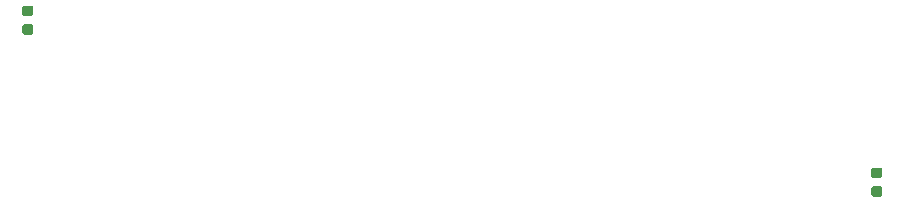
<source format=gbr>
G04 #@! TF.GenerationSoftware,KiCad,Pcbnew,5.1.5+dfsg1-2build2*
G04 #@! TF.CreationDate,2021-08-24T22:34:42-04:00*
G04 #@! TF.ProjectId,U1MB600XL,55314d42-3630-4305-984c-2e6b69636164,1*
G04 #@! TF.SameCoordinates,Original*
G04 #@! TF.FileFunction,Paste,Bot*
G04 #@! TF.FilePolarity,Positive*
%FSLAX46Y46*%
G04 Gerber Fmt 4.6, Leading zero omitted, Abs format (unit mm)*
G04 Created by KiCad (PCBNEW 5.1.5+dfsg1-2build2) date 2021-08-24 22:34:42*
%MOMM*%
%LPD*%
G04 APERTURE LIST*
%ADD10C,0.100000*%
G04 APERTURE END LIST*
D10*
G36*
X182141691Y-98344053D02*
G01*
X182162926Y-98347203D01*
X182183750Y-98352419D01*
X182203962Y-98359651D01*
X182223368Y-98368830D01*
X182241781Y-98379866D01*
X182259024Y-98392654D01*
X182274930Y-98407070D01*
X182289346Y-98422976D01*
X182302134Y-98440219D01*
X182313170Y-98458632D01*
X182322349Y-98478038D01*
X182329581Y-98498250D01*
X182334797Y-98519074D01*
X182337947Y-98540309D01*
X182339000Y-98561750D01*
X182339000Y-98999250D01*
X182337947Y-99020691D01*
X182334797Y-99041926D01*
X182329581Y-99062750D01*
X182322349Y-99082962D01*
X182313170Y-99102368D01*
X182302134Y-99120781D01*
X182289346Y-99138024D01*
X182274930Y-99153930D01*
X182259024Y-99168346D01*
X182241781Y-99181134D01*
X182223368Y-99192170D01*
X182203962Y-99201349D01*
X182183750Y-99208581D01*
X182162926Y-99213797D01*
X182141691Y-99216947D01*
X182120250Y-99218000D01*
X181607750Y-99218000D01*
X181586309Y-99216947D01*
X181565074Y-99213797D01*
X181544250Y-99208581D01*
X181524038Y-99201349D01*
X181504632Y-99192170D01*
X181486219Y-99181134D01*
X181468976Y-99168346D01*
X181453070Y-99153930D01*
X181438654Y-99138024D01*
X181425866Y-99120781D01*
X181414830Y-99102368D01*
X181405651Y-99082962D01*
X181398419Y-99062750D01*
X181393203Y-99041926D01*
X181390053Y-99020691D01*
X181389000Y-98999250D01*
X181389000Y-98561750D01*
X181390053Y-98540309D01*
X181393203Y-98519074D01*
X181398419Y-98498250D01*
X181405651Y-98478038D01*
X181414830Y-98458632D01*
X181425866Y-98440219D01*
X181438654Y-98422976D01*
X181453070Y-98407070D01*
X181468976Y-98392654D01*
X181486219Y-98379866D01*
X181504632Y-98368830D01*
X181524038Y-98359651D01*
X181544250Y-98352419D01*
X181565074Y-98347203D01*
X181586309Y-98344053D01*
X181607750Y-98343000D01*
X182120250Y-98343000D01*
X182141691Y-98344053D01*
G37*
G36*
X182141691Y-99919053D02*
G01*
X182162926Y-99922203D01*
X182183750Y-99927419D01*
X182203962Y-99934651D01*
X182223368Y-99943830D01*
X182241781Y-99954866D01*
X182259024Y-99967654D01*
X182274930Y-99982070D01*
X182289346Y-99997976D01*
X182302134Y-100015219D01*
X182313170Y-100033632D01*
X182322349Y-100053038D01*
X182329581Y-100073250D01*
X182334797Y-100094074D01*
X182337947Y-100115309D01*
X182339000Y-100136750D01*
X182339000Y-100574250D01*
X182337947Y-100595691D01*
X182334797Y-100616926D01*
X182329581Y-100637750D01*
X182322349Y-100657962D01*
X182313170Y-100677368D01*
X182302134Y-100695781D01*
X182289346Y-100713024D01*
X182274930Y-100728930D01*
X182259024Y-100743346D01*
X182241781Y-100756134D01*
X182223368Y-100767170D01*
X182203962Y-100776349D01*
X182183750Y-100783581D01*
X182162926Y-100788797D01*
X182141691Y-100791947D01*
X182120250Y-100793000D01*
X181607750Y-100793000D01*
X181586309Y-100791947D01*
X181565074Y-100788797D01*
X181544250Y-100783581D01*
X181524038Y-100776349D01*
X181504632Y-100767170D01*
X181486219Y-100756134D01*
X181468976Y-100743346D01*
X181453070Y-100728930D01*
X181438654Y-100713024D01*
X181425866Y-100695781D01*
X181414830Y-100677368D01*
X181405651Y-100657962D01*
X181398419Y-100637750D01*
X181393203Y-100616926D01*
X181390053Y-100595691D01*
X181389000Y-100574250D01*
X181389000Y-100136750D01*
X181390053Y-100115309D01*
X181393203Y-100094074D01*
X181398419Y-100073250D01*
X181405651Y-100053038D01*
X181414830Y-100033632D01*
X181425866Y-100015219D01*
X181438654Y-99997976D01*
X181453070Y-99982070D01*
X181468976Y-99967654D01*
X181486219Y-99954866D01*
X181504632Y-99943830D01*
X181524038Y-99934651D01*
X181544250Y-99927419D01*
X181565074Y-99922203D01*
X181586309Y-99919053D01*
X181607750Y-99918000D01*
X182120250Y-99918000D01*
X182141691Y-99919053D01*
G37*
G36*
X110259691Y-86203053D02*
G01*
X110280926Y-86206203D01*
X110301750Y-86211419D01*
X110321962Y-86218651D01*
X110341368Y-86227830D01*
X110359781Y-86238866D01*
X110377024Y-86251654D01*
X110392930Y-86266070D01*
X110407346Y-86281976D01*
X110420134Y-86299219D01*
X110431170Y-86317632D01*
X110440349Y-86337038D01*
X110447581Y-86357250D01*
X110452797Y-86378074D01*
X110455947Y-86399309D01*
X110457000Y-86420750D01*
X110457000Y-86858250D01*
X110455947Y-86879691D01*
X110452797Y-86900926D01*
X110447581Y-86921750D01*
X110440349Y-86941962D01*
X110431170Y-86961368D01*
X110420134Y-86979781D01*
X110407346Y-86997024D01*
X110392930Y-87012930D01*
X110377024Y-87027346D01*
X110359781Y-87040134D01*
X110341368Y-87051170D01*
X110321962Y-87060349D01*
X110301750Y-87067581D01*
X110280926Y-87072797D01*
X110259691Y-87075947D01*
X110238250Y-87077000D01*
X109725750Y-87077000D01*
X109704309Y-87075947D01*
X109683074Y-87072797D01*
X109662250Y-87067581D01*
X109642038Y-87060349D01*
X109622632Y-87051170D01*
X109604219Y-87040134D01*
X109586976Y-87027346D01*
X109571070Y-87012930D01*
X109556654Y-86997024D01*
X109543866Y-86979781D01*
X109532830Y-86961368D01*
X109523651Y-86941962D01*
X109516419Y-86921750D01*
X109511203Y-86900926D01*
X109508053Y-86879691D01*
X109507000Y-86858250D01*
X109507000Y-86420750D01*
X109508053Y-86399309D01*
X109511203Y-86378074D01*
X109516419Y-86357250D01*
X109523651Y-86337038D01*
X109532830Y-86317632D01*
X109543866Y-86299219D01*
X109556654Y-86281976D01*
X109571070Y-86266070D01*
X109586976Y-86251654D01*
X109604219Y-86238866D01*
X109622632Y-86227830D01*
X109642038Y-86218651D01*
X109662250Y-86211419D01*
X109683074Y-86206203D01*
X109704309Y-86203053D01*
X109725750Y-86202000D01*
X110238250Y-86202000D01*
X110259691Y-86203053D01*
G37*
G36*
X110259691Y-84628053D02*
G01*
X110280926Y-84631203D01*
X110301750Y-84636419D01*
X110321962Y-84643651D01*
X110341368Y-84652830D01*
X110359781Y-84663866D01*
X110377024Y-84676654D01*
X110392930Y-84691070D01*
X110407346Y-84706976D01*
X110420134Y-84724219D01*
X110431170Y-84742632D01*
X110440349Y-84762038D01*
X110447581Y-84782250D01*
X110452797Y-84803074D01*
X110455947Y-84824309D01*
X110457000Y-84845750D01*
X110457000Y-85283250D01*
X110455947Y-85304691D01*
X110452797Y-85325926D01*
X110447581Y-85346750D01*
X110440349Y-85366962D01*
X110431170Y-85386368D01*
X110420134Y-85404781D01*
X110407346Y-85422024D01*
X110392930Y-85437930D01*
X110377024Y-85452346D01*
X110359781Y-85465134D01*
X110341368Y-85476170D01*
X110321962Y-85485349D01*
X110301750Y-85492581D01*
X110280926Y-85497797D01*
X110259691Y-85500947D01*
X110238250Y-85502000D01*
X109725750Y-85502000D01*
X109704309Y-85500947D01*
X109683074Y-85497797D01*
X109662250Y-85492581D01*
X109642038Y-85485349D01*
X109622632Y-85476170D01*
X109604219Y-85465134D01*
X109586976Y-85452346D01*
X109571070Y-85437930D01*
X109556654Y-85422024D01*
X109543866Y-85404781D01*
X109532830Y-85386368D01*
X109523651Y-85366962D01*
X109516419Y-85346750D01*
X109511203Y-85325926D01*
X109508053Y-85304691D01*
X109507000Y-85283250D01*
X109507000Y-84845750D01*
X109508053Y-84824309D01*
X109511203Y-84803074D01*
X109516419Y-84782250D01*
X109523651Y-84762038D01*
X109532830Y-84742632D01*
X109543866Y-84724219D01*
X109556654Y-84706976D01*
X109571070Y-84691070D01*
X109586976Y-84676654D01*
X109604219Y-84663866D01*
X109622632Y-84652830D01*
X109642038Y-84643651D01*
X109662250Y-84636419D01*
X109683074Y-84631203D01*
X109704309Y-84628053D01*
X109725750Y-84627000D01*
X110238250Y-84627000D01*
X110259691Y-84628053D01*
G37*
M02*

</source>
